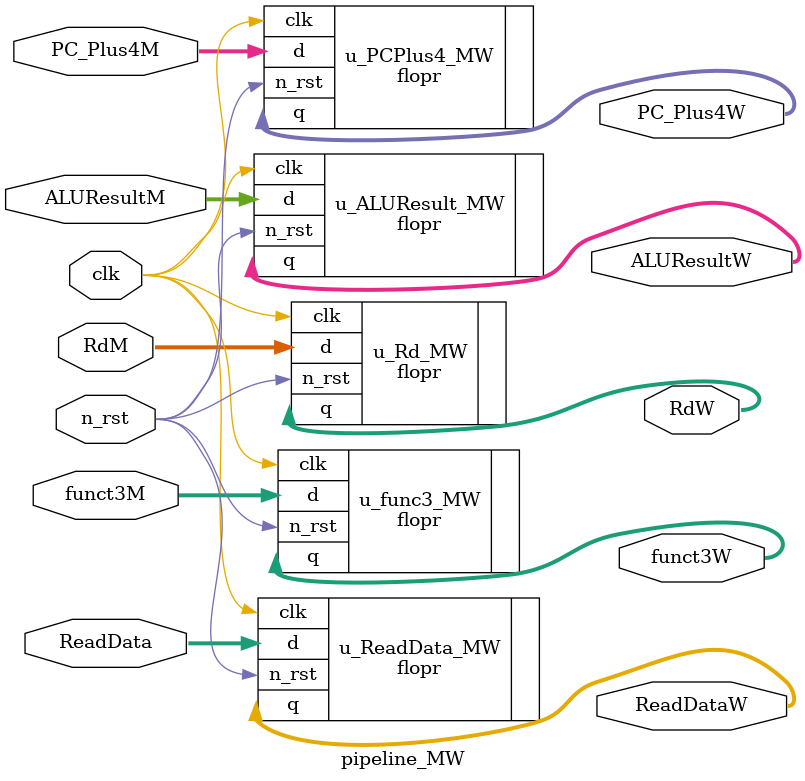
<source format=v>
module pipeline_MW(
    clk,
    n_rst,
    ALUResultM,
    ReadData,
    RdM,
    PC_Plus4M,
    funct3M,
    ALUResultW,
    ReadDataW,
    RdW,
    PC_Plus4W,
    funct3W
);

parameter   RESET_PC = 32'h1000_0000;

input clk, n_rst;
input [31:0] ALUResultM, ReadData, PC_Plus4M;
input [4:0] RdM;
input [2:0] funct3M;

output [31:0] ALUResultW, ReadDataW, PC_Plus4W;
output [4:0] RdW;
output [2:0] funct3W;

flopr # (
        .RESET_VALUE (0),
        .WIDTH(32)
) u_ALUResult_MW(
        .clk(clk),
        .n_rst(n_rst),
        // .clr(1'b0),
        .d(ALUResultM),
        .q(ALUResultW)
    );

flopr # (
        .RESET_VALUE (0),
        .WIDTH(32)
) u_ReadData_MW(
        .clk(clk),
        .n_rst(n_rst),
        // .clr(1'b0),
        .d(ReadData),
        .q(ReadDataW)
    );

flopr # (
        .RESET_VALUE (RESET_PC + 32'h4),
        .WIDTH(32)
) u_PCPlus4_MW(
        .clk(clk),
        .n_rst(n_rst),
        // .clr(1'b0),
        .d(PC_Plus4M),
        .q(PC_Plus4W)
    );

flopr # (
        .RESET_VALUE (RESET_PC),
        .WIDTH(5)
) u_Rd_MW(
        .clk(clk),
        .n_rst(n_rst),
        // .clr(1'b0),
        .d(RdM),
        .q(RdW)
    );

flopr #(
        .RESET_VALUE(0),
        .WIDTH(3)
    ) u_func3_MW
    (
        .clk(clk),
        .n_rst(n_rst),
        // .clr(1'b0),
        .d(funct3M),
        .q(funct3W)
    );

endmodule
</source>
